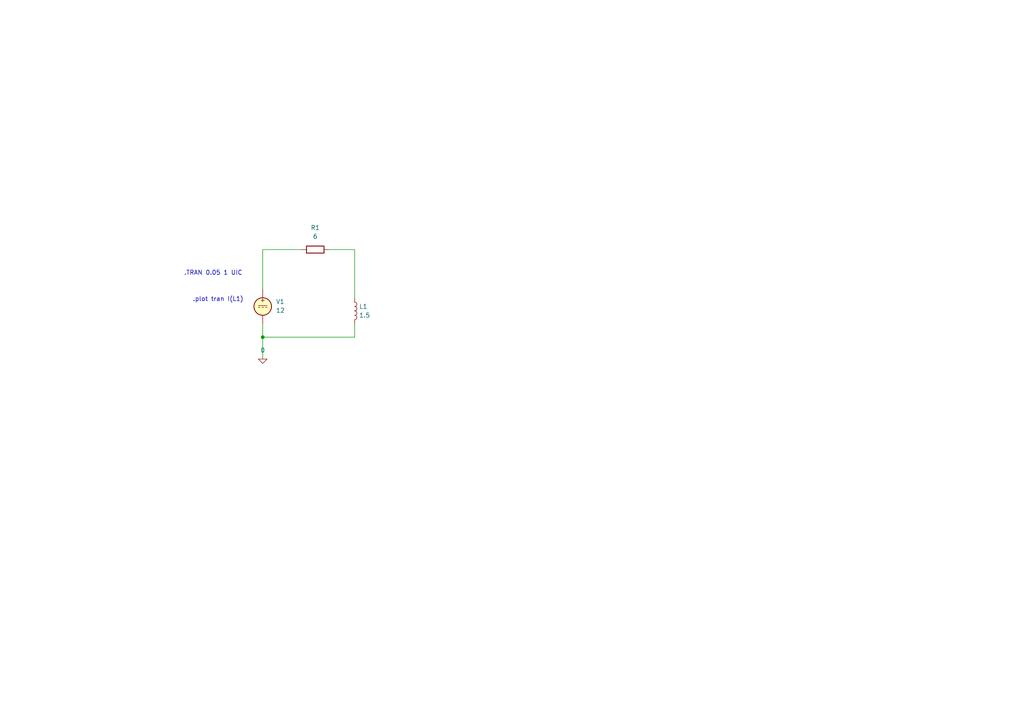
<source format=kicad_sch>
(kicad_sch (version 20230121) (generator eeschema)
  (paper "A4")
  (lib_symbols
    (symbol "Device:L" (pin_numbers hide) (pin_names (offset 1.016) hide)
      (property "Reference" "L" (at -1.27 0 90))
      (property "Value" "L" (at 1.905 0 90))
      (symbol "L_0_1"
        (arc (start 0 -2.54) (mid 0.6323 -1.905) (end 0 -1.27))
        (arc (start 0 -1.27) (mid 0.6323 -0.635) (end 0 0))
        (arc (start 0 0) (mid 0.6323 0.635) (end 0 1.27))
        (arc (start 0 1.27) (mid 0.6323 1.905) (end 0 2.54))
      )
      (symbol "L_1_1"
        (pin passive line (at 0 3.81 270) (length 1.27) (name "1") (number "1"))
        (pin passive line (at 0 -3.81 90) (length 1.27) (name "2") (number "2"))
      )
    )
    (symbol "Device:R" (pin_numbers hide) (pin_names (offset 0))
      (property "Reference" "R" (at 2.032 0 90))
      (property "Value" "R" (at 0 0 90))
      (symbol "R_0_1"
        (rectangle (start -1.016 -2.54) (end 1.016 2.54) (stroke (width 0.254)))
      )
      (symbol "R_1_1"
        (pin passive line (at 0 3.81 270) (length 1.27) (name "~") (number "1"))
        (pin passive line (at 0 -3.81 90) (length 1.27) (name "~") (number "2"))
      )
    )
    (symbol "Simulation_SPICE:0" (power) (pin_names (offset 0))
      (property "Value" "0" (at 0 -1.778 0))
      (symbol "0_0_1"
        (polyline (pts (xy -1.27 0) (xy 0 -1.27) (xy 1.27 0) (xy -1.27 0)))
      )
      (symbol "0_1_1"
        (pin power_in line (at 0 0 0) (length 0) hide (name "0") (number "1"))
      )
    )
    (symbol "Simulation_SPICE:VDC" (pin_numbers hide) (pin_names (offset 0.0254))
      (property "Reference" "V" (at 2.54 2.54 0))
      (property "Value" "1" (at 2.54 0 0))
      (symbol "VDC_0_0"
        (polyline (pts (xy -1.27 0.254) (xy 1.27 0.254)))
        (polyline (pts (xy -0.762 -0.254) (xy -1.27 -0.254)))
        (polyline (pts (xy 0.254 -0.254) (xy -0.254 -0.254)))
        (polyline (pts (xy 1.27 -0.254) (xy 0.762 -0.254)))
        (text "+" (at 0 1.905 0) (effects (font (size 1.27 1.27))))
      )
      (symbol "VDC_0_1"
        (circle (center 0 0) (radius 2.54) (stroke (width 0.254)) (fill (type background)))
      )
      (symbol "VDC_1_1"
        (pin passive line (at 0 5.08 270) (length 2.54) (name "~") (number "1"))
        (pin passive line (at 0 -5.08 90) (length 2.54) (name "~") (number "2"))
      )
    )
  )
  (junction (at 76.2 97.79))
  (wire (pts (xy 102.87 97.79) (xy 76.2 97.79)))
  (wire (pts (xy 87.63 72.39) (xy 76.2 72.39)))
  (wire (pts (xy 102.87 93.98) (xy 102.87 97.79)))
  (wire (pts (xy 102.87 72.39) (xy 102.87 86.36)))
  (wire (pts (xy 95.25 72.39) (xy 102.87 72.39)))
  (wire (pts (xy 76.2 97.79) (xy 76.2 104.14)))
  (wire (pts (xy 76.2 93.98) (xy 76.2 97.79)))
  (wire (pts (xy 76.2 72.39) (xy 76.2 83.82)))
  (text ".plot tran I(L1)" (at 55.88 87.63 0) (effects (font (size 1.27 1.27)) (justify left bottom)))
  (text ".TRAN 0.05 1 UIC" (at 53.34 80.01 0) (effects (font (size 1.27 1.27)) (justify left bottom)))
  (symbol (lib_id "Simulation_SPICE:0") (at 76.2 104.14 0) (unit 1)
    (property "Reference" "#GND01" (effects hide))
    (property "Value" "0" (at 76.2 101.6 0))
  )
  (symbol (lib_id "Device:L") (at 102.87 90.17 0) (unit 1)
    (property "Reference" "L1" (at 104.14 88.9 0) (effects (justify left)))
    (property "Value" "1.5" (at 104.14 91.44 0) (effects (justify left)))
  )
  (symbol (lib_id "Device:R") (at 91.44 72.39 90) (unit 1)
    (property "Reference" "R1" (at 91.44 66.04 90))
    (property "Value" "6" (at 91.44 68.58 90))
  )
  (symbol (lib_id "Simulation_SPICE:VDC") (at 76.2 88.9 0) (unit 1)
    (property "Reference" "V1" (at 80.01 87.5002 0) (effects (justify left)))
    (property "Value" "12" (at 80.01 90.0402 0) (effects (justify left)))
    (property "Sim.Pins" "1=+ 2=-" (effects hide))
    (property "Sim.Type" "DC" (effects hide))
    (property "Sim.Device" "V" (effects hide))
  )
)
</source>
